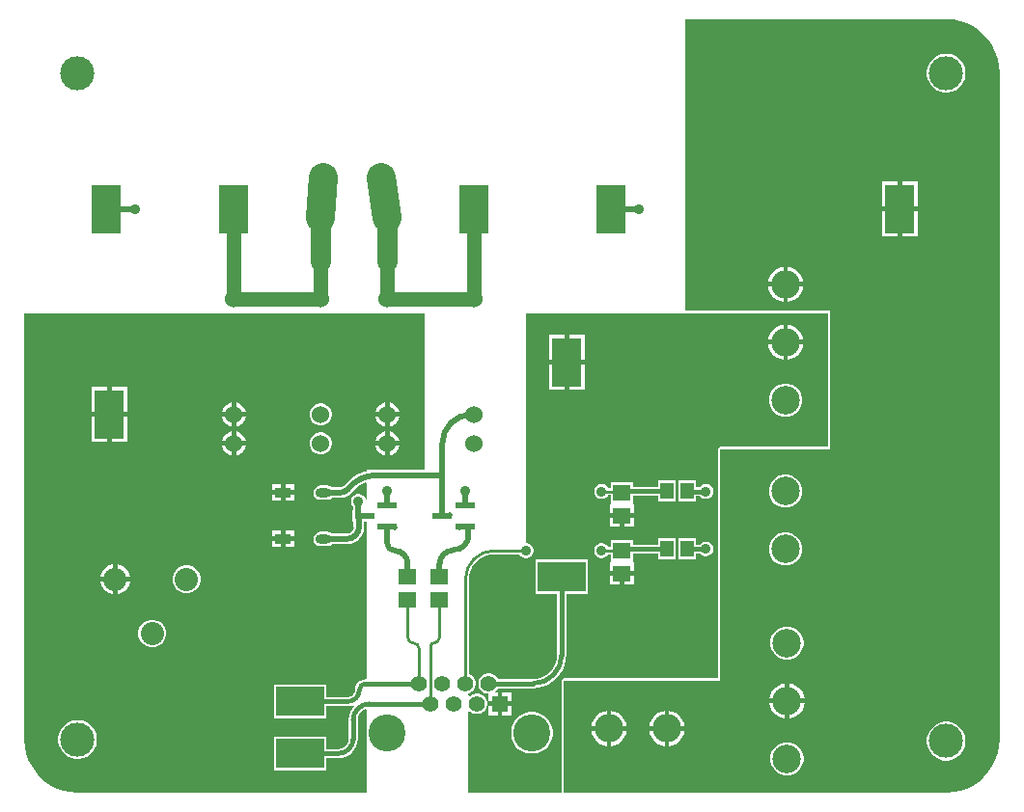
<source format=gtl>
G04*
G04 #@! TF.GenerationSoftware,Altium Limited,Altium Designer,23.7.1 (13)*
G04*
G04 Layer_Physical_Order=1*
G04 Layer_Color=255*
%FSLAX44Y44*%
%MOMM*%
G71*
G04*
G04 #@! TF.SameCoordinates,8069B4C8-0706-43A3-9A5C-337C007DADD0*
G04*
G04*
G04 #@! TF.FilePolarity,Positive*
G04*
G01*
G75*
%ADD11C,0.3810*%
%ADD13C,0.5080*%
%ADD18R,1.4082X0.8221*%
G04:AMPARAMS|DCode=19|XSize=1.4082mm|YSize=0.8221mm|CornerRadius=0.4111mm|HoleSize=0mm|Usage=FLASHONLY|Rotation=0.000|XOffset=0mm|YOffset=0mm|HoleType=Round|Shape=RoundedRectangle|*
%AMROUNDEDRECTD19*
21,1,1.4082,0.0000,0,0,0.0*
21,1,0.5861,0.8221,0,0,0.0*
1,1,0.8221,0.2930,0.0000*
1,1,0.8221,-0.2930,0.0000*
1,1,0.8221,-0.2930,0.0000*
1,1,0.8221,0.2930,0.0000*
%
%ADD19ROUNDEDRECTD19*%
%ADD20R,1.8000X0.6000*%
%ADD21R,4.2000X2.6000*%
%ADD22R,2.6000X4.2000*%
%ADD23R,1.5000X1.4000*%
%ADD24R,1.1500X1.4500*%
%ADD30C,1.5240*%
%ADD31C,3.2500*%
%ADD32R,1.3900X1.3900*%
%ADD33C,1.3900*%
%ADD36C,0.2286*%
%ADD37C,1.7780*%
%ADD38C,2.5400*%
%ADD39C,1.2700*%
%ADD40C,0.7620*%
%ADD41C,2.0320*%
%ADD42C,2.5000*%
%ADD43C,3.0000*%
%ADD44C,0.9000*%
G36*
X469900Y287020D02*
X419100Y287020D01*
Y285582D01*
X415939Y284823D01*
X410701Y282653D01*
X405867Y279691D01*
X401555Y276008D01*
X399603Y273723D01*
X398778Y272795D01*
X397806Y272075D01*
X397177Y271655D01*
X395388Y271299D01*
X395239Y271329D01*
X388022D01*
X386335Y272456D01*
X383950Y272930D01*
X378090D01*
X375705Y272456D01*
X373684Y271105D01*
X372333Y269084D01*
X371859Y266700D01*
X372333Y264316D01*
X373684Y262295D01*
X375705Y260944D01*
X378090Y260470D01*
X383950D01*
X386335Y260944D01*
X388022Y262071D01*
X395239D01*
Y262038D01*
X398940Y262525D01*
X402387Y263953D01*
X404874Y265861D01*
X405348Y266225D01*
Y266225D01*
X405349Y266225D01*
X406119Y267175D01*
X408086Y269478D01*
X411295Y272219D01*
X414894Y274424D01*
X417830Y275641D01*
X419100Y274792D01*
Y260663D01*
X417830Y260495D01*
X417537Y261589D01*
X416681Y263071D01*
X415471Y264281D01*
X413989Y265137D01*
X412336Y265580D01*
X410624D01*
X408971Y265137D01*
X407489Y264281D01*
X406279Y263071D01*
X405423Y261589D01*
X404980Y259936D01*
Y258224D01*
X405423Y256571D01*
X406279Y255089D01*
X406851Y254517D01*
Y251380D01*
X405720D01*
Y241380D01*
X407311D01*
Y236436D01*
X407346Y236262D01*
X406956Y234302D01*
X405845Y232640D01*
X405698Y232541D01*
X405577Y232360D01*
X403679Y231092D01*
X401440Y230646D01*
X401226Y230689D01*
X388022D01*
X386335Y231816D01*
X383950Y232290D01*
X378090D01*
X375705Y231816D01*
X373684Y230466D01*
X372333Y228444D01*
X371859Y226060D01*
X372333Y223676D01*
X373684Y221654D01*
X375705Y220304D01*
X378090Y219830D01*
X383950D01*
X386335Y220304D01*
X388022Y221431D01*
X401226D01*
X401365Y221459D01*
X404263Y221744D01*
X407183Y222630D01*
X409875Y224069D01*
X412126Y225916D01*
X412244Y225995D01*
X412271Y225968D01*
X414623Y229034D01*
X416102Y232605D01*
X416607Y236436D01*
X416569D01*
Y241380D01*
X419100D01*
Y103049D01*
X417831Y103046D01*
Y103046D01*
X415377Y102723D01*
X413090Y101776D01*
X411127Y100269D01*
X409620Y98305D01*
X408673Y96019D01*
X408350Y93565D01*
X408350D01*
X408187Y92362D01*
X407941Y91125D01*
X406559Y89057D01*
X404491Y87675D01*
X402232Y87226D01*
X402051Y87261D01*
X383063D01*
Y98280D01*
X337063D01*
Y68280D01*
X383063D01*
Y79299D01*
X402051D01*
Y79253D01*
X405755Y79740D01*
X406735Y80146D01*
X407515Y79094D01*
X405932Y77166D01*
X404247Y74012D01*
X403209Y70591D01*
X402858Y67032D01*
X402870D01*
Y50781D01*
X402887Y50696D01*
X402584Y48401D01*
X401665Y46182D01*
X400204Y44277D01*
X398299Y42816D01*
X396081Y41897D01*
X393785Y41595D01*
X393700Y41611D01*
X383063D01*
Y52630D01*
X337063D01*
Y22630D01*
X383063D01*
Y33649D01*
X393700D01*
Y33642D01*
X397044Y33972D01*
X400259Y34947D01*
X403222Y36531D01*
X405819Y38662D01*
X407950Y41259D01*
X409534Y44222D01*
X410509Y47438D01*
X410839Y50781D01*
X410833D01*
Y67032D01*
X410810Y67146D01*
X411146Y69699D01*
X412175Y72184D01*
X413813Y74318D01*
X415947Y75956D01*
X417830Y76736D01*
X419100Y75994D01*
Y61258D01*
X419077Y61203D01*
X418376Y57677D01*
Y54082D01*
X419077Y50557D01*
X419100Y50502D01*
Y3334D01*
X165100D01*
X165100Y3334D01*
Y3334D01*
X163849Y3379D01*
X159004Y3697D01*
X153012Y4888D01*
X147227Y6852D01*
X141749Y9554D01*
X136669Y12948D01*
X132076Y16976D01*
X128048Y21569D01*
X124654Y26648D01*
X121952Y32127D01*
X119988Y37912D01*
X118797Y43904D01*
X118409Y49815D01*
X118447Y50005D01*
Y424180D01*
X469900D01*
Y287020D01*
D02*
G37*
G36*
X823461Y306839D02*
X729181D01*
X729109Y306825D01*
X729036Y306834D01*
X728912Y306800D01*
X728784Y306800D01*
X728598Y306723D01*
X728400Y306684D01*
X728375Y306667D01*
X728375Y306667D01*
X728274Y306625D01*
X728269Y306624D01*
X728267Y306622D01*
X728263Y306621D01*
X728121Y306526D01*
X728048Y306496D01*
X728024Y306479D01*
X727968Y306423D01*
X727601Y306179D01*
X727357Y305813D01*
X727301Y305758D01*
X727285Y305732D01*
X727272Y305702D01*
X727250Y305679D01*
X727227Y305619D01*
X727159Y305517D01*
X727113Y305405D01*
X727113Y305405D01*
X727096Y305380D01*
X727057Y305183D01*
X726980Y304997D01*
Y304965D01*
X726969Y304935D01*
X726969Y304934D01*
X726974Y304765D01*
X726941Y304599D01*
Y103639D01*
X592021D01*
X591949Y103625D01*
X591876Y103634D01*
X591752Y103600D01*
X591624Y103600D01*
X591438Y103523D01*
X591241Y103484D01*
X591216Y103467D01*
X591215Y103467D01*
X591114Y103425D01*
X591109Y103424D01*
X591107Y103422D01*
X591103Y103421D01*
X590961Y103326D01*
X590888Y103296D01*
X590863Y103279D01*
X590808Y103223D01*
X590441Y102979D01*
X590197Y102613D01*
X590141Y102557D01*
X590125Y102532D01*
X590112Y102502D01*
X590090Y102479D01*
X590067Y102419D01*
X589999Y102317D01*
X589953Y102205D01*
X589953Y102205D01*
X589936Y102179D01*
X589897Y101983D01*
X589820Y101797D01*
Y101765D01*
X589809Y101735D01*
X589809Y101734D01*
X589814Y101565D01*
X589781Y101399D01*
Y3334D01*
X508000D01*
Y74193D01*
X509270Y74719D01*
X509871Y74118D01*
X511911Y72940D01*
X514188Y72330D01*
X516544D01*
X518821Y72940D01*
X520861Y74118D01*
X522528Y75785D01*
X523706Y77825D01*
X524316Y80102D01*
Y82458D01*
X523706Y84735D01*
X522528Y86775D01*
X520861Y88442D01*
X518821Y89620D01*
X516544Y90230D01*
X514188D01*
X511911Y89620D01*
X509871Y88442D01*
X509270Y87841D01*
X508000Y88367D01*
Y90543D01*
X508661Y90720D01*
X510701Y91898D01*
X512368Y93565D01*
X513546Y95605D01*
X514156Y97882D01*
Y100238D01*
X513546Y102515D01*
X512368Y104555D01*
X510701Y106222D01*
X508661Y107400D01*
X508411Y107467D01*
Y190340D01*
X508383Y190480D01*
X508796Y194678D01*
X510062Y198850D01*
X512117Y202694D01*
X514882Y206064D01*
X518252Y208829D01*
X522096Y210884D01*
X526268Y212150D01*
X530466Y212563D01*
X530606Y212535D01*
X552647D01*
X553101Y211749D01*
X554312Y210539D01*
X555794Y209683D01*
X557447Y209240D01*
X559158D01*
X560812Y209683D01*
X562294Y210539D01*
X563504Y211749D01*
X564360Y213231D01*
X564803Y214884D01*
Y216596D01*
X564360Y218249D01*
X563504Y219731D01*
X562294Y220941D01*
X560812Y221797D01*
X559158Y222240D01*
X558303D01*
Y424180D01*
X823461D01*
Y306839D01*
D02*
G37*
G36*
X927100Y682428D02*
Y682428D01*
X927137Y682463D01*
X933196Y682066D01*
X939188Y680874D01*
X944973Y678910D01*
X950452Y676208D01*
X955531Y672814D01*
X960124Y668786D01*
X964152Y664193D01*
X967546Y659113D01*
X970248Y653634D01*
X972212Y647850D01*
X973403Y641858D01*
X973794Y635902D01*
X973766Y635762D01*
Y50000D01*
X973794Y49859D01*
X973403Y43904D01*
X972212Y37912D01*
X970248Y32127D01*
X967546Y26648D01*
X964152Y21569D01*
X960124Y16976D01*
X955531Y12948D01*
X950452Y9554D01*
X944973Y6852D01*
X939188Y4888D01*
X933196Y3697D01*
X927240Y3306D01*
X927100Y3334D01*
X591820D01*
Y101399D01*
X591820Y101399D01*
X591837Y101424D01*
X591883Y101537D01*
X591996Y101583D01*
X592021Y101600D01*
X592021Y101600D01*
X728980D01*
Y304599D01*
X728980Y304599D01*
X728997Y304624D01*
X729043Y304737D01*
X729156Y304783D01*
X729181Y304800D01*
X729181Y304800D01*
X825500D01*
Y426720D01*
X698500D01*
Y682466D01*
X926909D01*
X927100Y682428D01*
D02*
G37*
%LPC*%
G36*
X304260Y345739D02*
Y337280D01*
X312719D01*
X312156Y339379D01*
X310758Y341801D01*
X308781Y343778D01*
X306359Y345176D01*
X304260Y345739D01*
D02*
G37*
G36*
X209040Y359280D02*
X195040D01*
Y337280D01*
X209040D01*
Y359280D01*
D02*
G37*
G36*
X300260Y345739D02*
X298161Y345176D01*
X295739Y343778D01*
X293762Y341801D01*
X292364Y339379D01*
X291801Y337280D01*
X300260D01*
Y345739D01*
D02*
G37*
G36*
X191040Y359280D02*
X177040D01*
Y337280D01*
X191040D01*
Y359280D01*
D02*
G37*
G36*
X438880Y345739D02*
Y337280D01*
X447339D01*
X446776Y339379D01*
X445378Y341801D01*
X443401Y343778D01*
X440979Y345176D01*
X438880Y345739D01*
D02*
G37*
G36*
X434880Y345739D02*
X432781Y345176D01*
X430359Y343778D01*
X428382Y341801D01*
X426984Y339379D01*
X426421Y337280D01*
X434880D01*
Y345739D01*
D02*
G37*
G36*
X379726Y344900D02*
X377193D01*
X374747Y344244D01*
X372553Y342978D01*
X370762Y341187D01*
X369496Y338993D01*
X368840Y336547D01*
Y334013D01*
X369496Y331567D01*
X370762Y329373D01*
X372553Y327582D01*
X374747Y326316D01*
X377193Y325660D01*
X379726D01*
X382173Y326316D01*
X384367Y327582D01*
X386158Y329373D01*
X387424Y331567D01*
X388080Y334013D01*
Y336547D01*
X387424Y338993D01*
X386158Y341187D01*
X384367Y342978D01*
X382173Y344244D01*
X379726Y344900D01*
D02*
G37*
G36*
X434880Y333280D02*
X426421D01*
X426984Y331181D01*
X428382Y328759D01*
X430359Y326782D01*
X432781Y325384D01*
X434880Y324821D01*
Y333280D01*
D02*
G37*
G36*
X312719Y333280D02*
X304260D01*
Y324821D01*
X306359Y325384D01*
X308781Y326782D01*
X310758Y328759D01*
X312156Y331181D01*
X312719Y333280D01*
D02*
G37*
G36*
X300260D02*
X291801D01*
X292364Y331181D01*
X293762Y328759D01*
X295739Y326782D01*
X298161Y325384D01*
X300260Y324821D01*
Y333280D01*
D02*
G37*
G36*
X447339Y333280D02*
X438880D01*
Y324821D01*
X440979Y325384D01*
X443401Y326782D01*
X445378Y328759D01*
X446776Y331181D01*
X447339Y333280D01*
D02*
G37*
G36*
X304260Y320339D02*
Y311880D01*
X312719D01*
X312156Y313979D01*
X310758Y316401D01*
X308781Y318378D01*
X306359Y319776D01*
X304260Y320339D01*
D02*
G37*
G36*
X300260D02*
X298161Y319776D01*
X295739Y318378D01*
X293762Y316401D01*
X292364Y313979D01*
X291801Y311880D01*
X300260D01*
Y320339D01*
D02*
G37*
G36*
X438880Y320339D02*
Y311880D01*
X447339D01*
X446776Y313979D01*
X445378Y316401D01*
X443401Y318378D01*
X440979Y319776D01*
X438880Y320339D01*
D02*
G37*
G36*
X434880Y320339D02*
X432781Y319776D01*
X430359Y318378D01*
X428382Y316401D01*
X426984Y313979D01*
X426421Y311880D01*
X434880D01*
Y320339D01*
D02*
G37*
G36*
X209040Y333280D02*
X195040D01*
Y311280D01*
X209040D01*
Y333280D01*
D02*
G37*
G36*
X191040D02*
X177040D01*
Y311280D01*
X191040D01*
Y333280D01*
D02*
G37*
G36*
X379726Y319500D02*
X377193D01*
X374747Y318844D01*
X372553Y317578D01*
X370762Y315787D01*
X369496Y313593D01*
X368840Y311147D01*
Y308613D01*
X369496Y306167D01*
X370762Y303973D01*
X372553Y302182D01*
X374747Y300916D01*
X377193Y300260D01*
X379726D01*
X382173Y300916D01*
X384367Y302182D01*
X386158Y303973D01*
X387424Y306167D01*
X388080Y308613D01*
Y311147D01*
X387424Y313593D01*
X386158Y315787D01*
X384367Y317578D01*
X382173Y318844D01*
X379726Y319500D01*
D02*
G37*
G36*
X434880Y307880D02*
X426421D01*
X426984Y305781D01*
X428382Y303359D01*
X430359Y301382D01*
X432781Y299984D01*
X434880Y299421D01*
Y307880D01*
D02*
G37*
G36*
X312719Y307880D02*
X304260D01*
Y299421D01*
X306359Y299984D01*
X308781Y301382D01*
X310758Y303359D01*
X312156Y305781D01*
X312719Y307880D01*
D02*
G37*
G36*
X300260D02*
X291801D01*
X292364Y305781D01*
X293762Y303359D01*
X295739Y301382D01*
X298161Y299984D01*
X300260Y299421D01*
Y307880D01*
D02*
G37*
G36*
X447339Y307880D02*
X438880D01*
Y299421D01*
X440979Y299984D01*
X443401Y301382D01*
X445378Y303359D01*
X446776Y305781D01*
X447339Y307880D01*
D02*
G37*
G36*
X355461Y273811D02*
X347420D01*
Y268700D01*
X355461D01*
Y273811D01*
D02*
G37*
G36*
X343420D02*
X335379D01*
Y268700D01*
X343420D01*
Y273811D01*
D02*
G37*
G36*
X355461Y264700D02*
X347420D01*
Y259589D01*
X355461D01*
Y264700D01*
D02*
G37*
G36*
X343420D02*
X335379D01*
Y259589D01*
X343420D01*
Y264700D01*
D02*
G37*
G36*
X355461Y233171D02*
X347420D01*
Y228060D01*
X355461D01*
Y233171D01*
D02*
G37*
G36*
X343420D02*
X335379D01*
Y228060D01*
X343420D01*
Y233171D01*
D02*
G37*
G36*
X355461Y224060D02*
X347420D01*
Y218949D01*
X355461D01*
Y224060D01*
D02*
G37*
G36*
X343420D02*
X335379D01*
Y218949D01*
X343420D01*
Y224060D01*
D02*
G37*
G36*
X200120Y203588D02*
Y192500D01*
X211208D01*
X210383Y195580D01*
X208651Y198580D01*
X206200Y201031D01*
X203200Y202763D01*
X200120Y203588D01*
D02*
G37*
G36*
X196120D02*
X193040Y202763D01*
X190040Y201031D01*
X187589Y198580D01*
X185857Y195580D01*
X185032Y192500D01*
X196120D01*
Y203588D01*
D02*
G37*
G36*
X262218Y202660D02*
X259016D01*
X255923Y201831D01*
X253150Y200230D01*
X250886Y197966D01*
X249285Y195194D01*
X248457Y192101D01*
Y188899D01*
X249285Y185806D01*
X250886Y183034D01*
X253150Y180770D01*
X255923Y179169D01*
X259016Y178340D01*
X262218D01*
X265310Y179169D01*
X268083Y180770D01*
X270347Y183034D01*
X271948Y185806D01*
X272777Y188899D01*
Y192101D01*
X271948Y195194D01*
X270347Y197966D01*
X268083Y200230D01*
X265310Y201831D01*
X262218Y202660D01*
D02*
G37*
G36*
X211208Y188500D02*
X200120D01*
Y177412D01*
X203200Y178237D01*
X206200Y179969D01*
X208651Y182420D01*
X210383Y185420D01*
X211208Y188500D01*
D02*
G37*
G36*
X196120D02*
X185032D01*
X185857Y185420D01*
X187589Y182420D01*
X190040Y179969D01*
X193040Y178237D01*
X196120Y177412D01*
Y188500D01*
D02*
G37*
G36*
X232220Y155162D02*
X229018D01*
X225926Y154333D01*
X223153Y152732D01*
X220889Y150468D01*
X219288Y147696D01*
X218459Y144603D01*
Y141401D01*
X219288Y138308D01*
X220889Y135536D01*
X223153Y133272D01*
X225926Y131671D01*
X229018Y130842D01*
X232220D01*
X235313Y131671D01*
X238086Y133272D01*
X240350Y135536D01*
X241951Y138308D01*
X242779Y141401D01*
Y144603D01*
X241951Y147696D01*
X240350Y150468D01*
X238086Y152732D01*
X235313Y154333D01*
X232220Y155162D01*
D02*
G37*
G36*
X166774Y67000D02*
X163426D01*
X160141Y66347D01*
X157048Y65065D01*
X154263Y63205D01*
X151895Y60837D01*
X150035Y58053D01*
X148753Y54959D01*
X148100Y51674D01*
Y48326D01*
X148753Y45041D01*
X150035Y41947D01*
X151895Y39163D01*
X154263Y36795D01*
X157048Y34935D01*
X160141Y33653D01*
X163426Y33000D01*
X166774D01*
X170059Y33653D01*
X173153Y34935D01*
X175937Y36795D01*
X178305Y39163D01*
X180165Y41947D01*
X181447Y45041D01*
X182100Y48326D01*
Y51674D01*
X181447Y54959D01*
X180165Y58053D01*
X178305Y60837D01*
X175937Y63205D01*
X173153Y65065D01*
X170059Y66347D01*
X166774Y67000D01*
D02*
G37*
G36*
X788130Y414186D02*
Y400780D01*
X801536D01*
X801034Y403301D01*
X799866Y406122D01*
X798170Y408661D01*
X796011Y410820D01*
X793472Y412516D01*
X790651Y413684D01*
X788130Y414186D01*
D02*
G37*
G36*
X784130Y414186D02*
X781609Y413684D01*
X778788Y412516D01*
X776249Y410820D01*
X774090Y408661D01*
X772394Y406122D01*
X771226Y403301D01*
X770724Y400780D01*
X784130D01*
Y414186D01*
D02*
G37*
G36*
Y396780D02*
X770724D01*
X771226Y394259D01*
X772394Y391438D01*
X774090Y388899D01*
X776249Y386740D01*
X778788Y385044D01*
X781609Y383876D01*
X784130Y383374D01*
Y396780D01*
D02*
G37*
G36*
X801536D02*
X788130D01*
Y383374D01*
X790651Y383876D01*
X793472Y385044D01*
X796011Y386740D01*
X798170Y388899D01*
X799866Y391438D01*
X801034Y394259D01*
X801536Y396780D01*
D02*
G37*
G36*
X610360Y405000D02*
X596360D01*
Y383000D01*
X610360D01*
Y405000D01*
D02*
G37*
G36*
X592360D02*
X578360D01*
Y383000D01*
X592360D01*
Y405000D01*
D02*
G37*
G36*
X610360Y379000D02*
X596360D01*
Y357000D01*
X610360D01*
Y379000D01*
D02*
G37*
G36*
X592360D02*
X578360D01*
Y357000D01*
X592360D01*
Y379000D01*
D02*
G37*
G36*
X788039Y362480D02*
X784221D01*
X780533Y361492D01*
X777227Y359583D01*
X774527Y356883D01*
X772618Y353577D01*
X771630Y349889D01*
Y346071D01*
X772618Y342383D01*
X774527Y339077D01*
X777227Y336377D01*
X780533Y334468D01*
X784221Y333480D01*
X788039D01*
X791727Y334468D01*
X795033Y336377D01*
X797733Y339077D01*
X799642Y342383D01*
X800630Y346071D01*
Y349889D01*
X799642Y353577D01*
X797733Y356883D01*
X795033Y359583D01*
X791727Y361492D01*
X788039Y362480D01*
D02*
G37*
G36*
X689880Y277220D02*
X674380D01*
Y271952D01*
X652120D01*
Y275540D01*
X633120D01*
Y271014D01*
X630495D01*
X630041Y271801D01*
X628831Y273011D01*
X627349Y273867D01*
X625696Y274310D01*
X623984D01*
X622331Y273867D01*
X620849Y273011D01*
X619639Y271801D01*
X618783Y270319D01*
X618340Y268666D01*
Y266954D01*
X618783Y265301D01*
X619639Y263819D01*
X620849Y262609D01*
X622331Y261753D01*
X623984Y261310D01*
X625696D01*
X627349Y261753D01*
X628831Y262609D01*
X630041Y263819D01*
X630495Y264605D01*
X633120D01*
Y257810D01*
X633120Y257540D01*
X632468Y256540D01*
X632120D01*
Y248540D01*
X653120D01*
Y256540D01*
X652772D01*
X652120Y257540D01*
X652120Y257810D01*
Y263988D01*
X674380D01*
Y258720D01*
X689880D01*
Y277220D01*
D02*
G37*
G36*
X707380D02*
X691880D01*
Y258720D01*
X707380D01*
Y263829D01*
X711073D01*
X711079Y263819D01*
X712289Y262609D01*
X713771Y261753D01*
X715424Y261310D01*
X717136D01*
X718789Y261753D01*
X720271Y262609D01*
X721481Y263819D01*
X722337Y265301D01*
X722780Y266954D01*
Y268666D01*
X722337Y270319D01*
X721481Y271801D01*
X720271Y273011D01*
X718789Y273867D01*
X717136Y274310D01*
X715424D01*
X713771Y273867D01*
X712289Y273011D01*
X711079Y271801D01*
X711073Y271791D01*
X707380D01*
Y277220D01*
D02*
G37*
G36*
X653120Y244540D02*
X644620D01*
Y236540D01*
X653120D01*
Y244540D01*
D02*
G37*
G36*
X640620D02*
X632120D01*
Y236540D01*
X640620D01*
Y244540D01*
D02*
G37*
G36*
X689880Y226420D02*
X674380D01*
Y221152D01*
X652120D01*
Y224740D01*
X633120D01*
Y219105D01*
X630495D01*
X630041Y219891D01*
X628831Y221101D01*
X627349Y221957D01*
X625696Y222400D01*
X623984D01*
X622331Y221957D01*
X620849Y221101D01*
X619639Y219891D01*
X618783Y218409D01*
X618340Y216756D01*
Y215044D01*
X618783Y213391D01*
X619639Y211909D01*
X620849Y210699D01*
X622331Y209843D01*
X623984Y209400D01*
X625696D01*
X627349Y209843D01*
X628831Y210699D01*
X630041Y211909D01*
X630495Y212695D01*
X633120D01*
Y207010D01*
X633120Y206740D01*
X632468Y205740D01*
X632120D01*
Y197740D01*
X653120D01*
Y205740D01*
X652772D01*
X652120Y206740D01*
X652120Y207010D01*
Y213188D01*
X674380D01*
Y207920D01*
X689880D01*
Y226420D01*
D02*
G37*
G36*
X707380D02*
X691880D01*
Y207920D01*
X707380D01*
Y213188D01*
X711073D01*
X711079Y213179D01*
X712289Y211969D01*
X713771Y211113D01*
X715424Y210670D01*
X717136D01*
X718789Y211113D01*
X720271Y211969D01*
X721481Y213179D01*
X722337Y214661D01*
X722780Y216314D01*
Y218026D01*
X722337Y219679D01*
X721481Y221161D01*
X720271Y222371D01*
X718789Y223227D01*
X717136Y223670D01*
X715424D01*
X713771Y223227D01*
X712289Y222371D01*
X711079Y221161D01*
X711073Y221152D01*
X707380D01*
Y226420D01*
D02*
G37*
G36*
X653120Y193740D02*
X644620D01*
Y185740D01*
X653120D01*
Y193740D01*
D02*
G37*
G36*
X640620D02*
X632120D01*
Y185740D01*
X640620D01*
Y193740D01*
D02*
G37*
G36*
X612781Y207880D02*
X566781D01*
Y177880D01*
X585799D01*
Y124460D01*
X585835Y124282D01*
X585440Y120271D01*
X584218Y116243D01*
X582234Y112531D01*
X579563Y109277D01*
X576310Y106607D01*
X572598Y104623D01*
X568570Y103401D01*
X564559Y103006D01*
X564381Y103041D01*
X533562D01*
X532688Y104555D01*
X531021Y106222D01*
X528981Y107400D01*
X526704Y108010D01*
X524348D01*
X522071Y107400D01*
X520031Y106222D01*
X518364Y104555D01*
X517186Y102515D01*
X516576Y100238D01*
Y97882D01*
X517186Y95605D01*
X518364Y93565D01*
X520031Y91898D01*
X522071Y90720D01*
X524348Y90110D01*
X525736D01*
Y83280D01*
X533686D01*
Y91230D01*
X532149D01*
X531623Y92500D01*
X532688Y93565D01*
X533562Y95078D01*
X564381D01*
Y95064D01*
X568979Y95426D01*
X573465Y96503D01*
X577726Y98268D01*
X581659Y100678D01*
X585167Y103674D01*
X588162Y107182D01*
X590573Y111115D01*
X592338Y115376D01*
X593414Y119861D01*
X593776Y124460D01*
X593762D01*
Y177880D01*
X612781D01*
Y207880D01*
D02*
G37*
G36*
X545636Y91230D02*
X537686D01*
Y83280D01*
X545636D01*
Y91230D01*
D02*
G37*
G36*
Y79280D02*
X537686D01*
Y71330D01*
X545636D01*
Y79280D01*
D02*
G37*
G36*
X533686D02*
X525736D01*
Y71330D01*
X533686D01*
Y79280D01*
D02*
G37*
G36*
X565424Y74130D02*
X561828D01*
X558303Y73429D01*
X554981Y72053D01*
X551992Y70056D01*
X549450Y67514D01*
X547453Y64525D01*
X546077Y61203D01*
X545376Y57677D01*
Y54082D01*
X546077Y50557D01*
X547453Y47235D01*
X549450Y44246D01*
X551992Y41704D01*
X554981Y39707D01*
X558303Y38331D01*
X561828Y37630D01*
X565424D01*
X568949Y38331D01*
X572271Y39707D01*
X575260Y41704D01*
X577802Y44246D01*
X579799Y47235D01*
X581175Y50557D01*
X581876Y54082D01*
Y57677D01*
X581175Y61203D01*
X579799Y64525D01*
X577802Y67514D01*
X575260Y70056D01*
X572271Y72053D01*
X568949Y73429D01*
X565424Y74130D01*
D02*
G37*
G36*
X928774Y652096D02*
X925426D01*
X922141Y651443D01*
X919047Y650161D01*
X916263Y648301D01*
X913895Y645933D01*
X912035Y643148D01*
X910753Y640055D01*
X910100Y636770D01*
Y633422D01*
X910753Y630137D01*
X912035Y627043D01*
X913895Y624259D01*
X916263Y621891D01*
X919047Y620031D01*
X922141Y618749D01*
X925426Y618096D01*
X928774D01*
X932059Y618749D01*
X935153Y620031D01*
X937937Y621891D01*
X940305Y624259D01*
X942165Y627043D01*
X943447Y630137D01*
X944100Y633422D01*
Y636770D01*
X943447Y640055D01*
X942165Y643148D01*
X940305Y645933D01*
X937937Y648301D01*
X935153Y650161D01*
X932059Y651443D01*
X928774Y652096D01*
D02*
G37*
G36*
X902460Y539620D02*
X888460D01*
Y517620D01*
X902460D01*
Y539620D01*
D02*
G37*
G36*
X884460D02*
X870460D01*
Y517620D01*
X884460D01*
Y539620D01*
D02*
G37*
G36*
X902460Y513620D02*
X888460D01*
Y491620D01*
X902460D01*
Y513620D01*
D02*
G37*
G36*
X884460D02*
X870460D01*
Y491620D01*
X884460D01*
Y513620D01*
D02*
G37*
G36*
X788130Y464986D02*
Y451580D01*
X801536D01*
X801034Y454101D01*
X799866Y456922D01*
X798170Y459461D01*
X796011Y461620D01*
X793472Y463316D01*
X790651Y464484D01*
X788130Y464986D01*
D02*
G37*
G36*
X784130Y464986D02*
X781609Y464484D01*
X778788Y463316D01*
X776249Y461620D01*
X774090Y459461D01*
X772394Y456922D01*
X771226Y454101D01*
X770724Y451580D01*
X784130D01*
Y464986D01*
D02*
G37*
G36*
Y447580D02*
X770724D01*
X771226Y445059D01*
X772394Y442238D01*
X774090Y439699D01*
X776249Y437540D01*
X778788Y435844D01*
X781609Y434676D01*
X784130Y434174D01*
Y447580D01*
D02*
G37*
G36*
X801536D02*
X788130D01*
Y434174D01*
X790651Y434676D01*
X793472Y435844D01*
X796011Y437540D01*
X798170Y439699D01*
X799866Y442238D01*
X801034Y445059D01*
X801536Y447580D01*
D02*
G37*
G36*
X788039Y282470D02*
X784221D01*
X780533Y281482D01*
X777227Y279573D01*
X774527Y276873D01*
X772618Y273567D01*
X771630Y269879D01*
Y266061D01*
X772618Y262373D01*
X774527Y259067D01*
X777227Y256367D01*
X780533Y254458D01*
X784221Y253470D01*
X788039D01*
X791727Y254458D01*
X795033Y256367D01*
X797733Y259067D01*
X799642Y262373D01*
X800630Y266061D01*
Y269879D01*
X799642Y273567D01*
X797733Y276873D01*
X795033Y279573D01*
X791727Y281482D01*
X788039Y282470D01*
D02*
G37*
G36*
Y231670D02*
X784221D01*
X780533Y230682D01*
X777227Y228773D01*
X774527Y226073D01*
X772618Y222767D01*
X771630Y219079D01*
Y215261D01*
X772618Y211573D01*
X774527Y208267D01*
X777227Y205567D01*
X780533Y203658D01*
X784221Y202670D01*
X788039D01*
X791727Y203658D01*
X795033Y205567D01*
X797733Y208267D01*
X799642Y211573D01*
X800630Y215261D01*
Y219079D01*
X799642Y222767D01*
X797733Y226073D01*
X795033Y228773D01*
X791727Y230682D01*
X788039Y231670D01*
D02*
G37*
G36*
X789309Y149120D02*
X785491D01*
X781803Y148132D01*
X778497Y146223D01*
X775797Y143523D01*
X773888Y140217D01*
X772900Y136529D01*
Y132711D01*
X773888Y129023D01*
X775797Y125717D01*
X778497Y123017D01*
X781803Y121108D01*
X785491Y120120D01*
X789309D01*
X792997Y121108D01*
X796303Y123017D01*
X799003Y125717D01*
X800912Y129023D01*
X801900Y132711D01*
Y136529D01*
X800912Y140217D01*
X799003Y143523D01*
X796303Y146223D01*
X792997Y148132D01*
X789309Y149120D01*
D02*
G37*
G36*
X789400Y99226D02*
Y85820D01*
X802806D01*
X802304Y88341D01*
X801136Y91162D01*
X799440Y93701D01*
X797281Y95860D01*
X794742Y97556D01*
X791921Y98724D01*
X789400Y99226D01*
D02*
G37*
G36*
X785400Y99226D02*
X782879Y98724D01*
X780058Y97556D01*
X777519Y95860D01*
X775360Y93701D01*
X773664Y91162D01*
X772496Y88341D01*
X771994Y85820D01*
X785400D01*
Y99226D01*
D02*
G37*
G36*
Y81820D02*
X771994D01*
X772496Y79299D01*
X773664Y76478D01*
X775360Y73939D01*
X777519Y71780D01*
X780058Y70084D01*
X782879Y68916D01*
X785400Y68414D01*
Y81820D01*
D02*
G37*
G36*
X802806D02*
X789400D01*
Y68414D01*
X791921Y68916D01*
X794742Y70084D01*
X797281Y71780D01*
X799440Y73939D01*
X801136Y76478D01*
X802304Y79299D01*
X802806Y81820D01*
D02*
G37*
G36*
X683990Y75096D02*
Y61690D01*
X697396D01*
X696894Y64211D01*
X695726Y67032D01*
X694030Y69571D01*
X691871Y71730D01*
X689332Y73426D01*
X686511Y74594D01*
X683990Y75096D01*
D02*
G37*
G36*
X679990D02*
X677469Y74594D01*
X674648Y73426D01*
X672109Y71730D01*
X669950Y69571D01*
X668254Y67032D01*
X667086Y64211D01*
X666584Y61690D01*
X679990D01*
Y75096D01*
D02*
G37*
G36*
X633190D02*
Y61690D01*
X646596D01*
X646094Y64211D01*
X644926Y67032D01*
X643230Y69571D01*
X641071Y71730D01*
X638532Y73426D01*
X635711Y74594D01*
X633190Y75096D01*
D02*
G37*
G36*
X629190D02*
X626669Y74594D01*
X623848Y73426D01*
X621309Y71730D01*
X619150Y69571D01*
X617454Y67032D01*
X616286Y64211D01*
X615784Y61690D01*
X629190D01*
Y75096D01*
D02*
G37*
G36*
X697396Y57690D02*
X683990D01*
Y44284D01*
X686511Y44786D01*
X689332Y45954D01*
X691871Y47650D01*
X694030Y49809D01*
X695726Y52348D01*
X696894Y55169D01*
X697396Y57690D01*
D02*
G37*
G36*
X679990D02*
X666584D01*
X667086Y55169D01*
X668254Y52348D01*
X669950Y49809D01*
X672109Y47650D01*
X674648Y45954D01*
X677469Y44786D01*
X679990Y44284D01*
Y57690D01*
D02*
G37*
G36*
X646596D02*
X633190D01*
Y44284D01*
X635711Y44786D01*
X638532Y45954D01*
X641071Y47650D01*
X643230Y49809D01*
X644926Y52348D01*
X646094Y55169D01*
X646596Y57690D01*
D02*
G37*
G36*
X629190D02*
X615784D01*
X616286Y55169D01*
X617454Y52348D01*
X619150Y49809D01*
X621309Y47650D01*
X623848Y45954D01*
X626669Y44786D01*
X629190Y44284D01*
Y57690D01*
D02*
G37*
G36*
X928774Y65575D02*
X925426D01*
X922141Y64922D01*
X919047Y63640D01*
X916263Y61780D01*
X913895Y59412D01*
X912035Y56627D01*
X910753Y53534D01*
X910100Y50249D01*
Y46901D01*
X910753Y43616D01*
X912035Y40522D01*
X913895Y37738D01*
X916263Y35370D01*
X919047Y33510D01*
X922141Y32228D01*
X925426Y31575D01*
X928774D01*
X932059Y32228D01*
X935153Y33510D01*
X937937Y35370D01*
X940305Y37738D01*
X942165Y40522D01*
X943447Y43616D01*
X944100Y46901D01*
Y50249D01*
X943447Y53534D01*
X942165Y56627D01*
X940305Y59412D01*
X937937Y61780D01*
X935153Y63640D01*
X932059Y64922D01*
X928774Y65575D01*
D02*
G37*
G36*
X789309Y47520D02*
X785491D01*
X781803Y46532D01*
X778497Y44623D01*
X775797Y41923D01*
X773888Y38617D01*
X772900Y34929D01*
Y31111D01*
X773888Y27423D01*
X775797Y24117D01*
X778497Y21417D01*
X781803Y19508D01*
X785491Y18520D01*
X789309D01*
X792997Y19508D01*
X796303Y21417D01*
X799003Y24117D01*
X800912Y27423D01*
X801900Y31111D01*
Y34929D01*
X800912Y38617D01*
X799003Y41923D01*
X796303Y44623D01*
X792997Y46532D01*
X789309Y47520D01*
D02*
G37*
%LPD*%
D11*
X564381Y99060D02*
G03*
X589781Y124460I0J25400D01*
G01*
X417831Y99060D02*
G03*
X412336Y93565I0J-5495D01*
G01*
X402051Y83280D02*
G03*
X412336Y93565I0J10285D01*
G01*
X421099Y81280D02*
G03*
X406851Y67032I0J-14248D01*
G01*
X393700Y37630D02*
G03*
X406851Y50781I0J13151D01*
G01*
X525526Y99060D02*
X564381D01*
X589781Y124460D02*
Y192880D01*
X417831Y99060D02*
X464566D01*
X360063Y83280D02*
X402051D01*
X421099Y81280D02*
X474726D01*
X406851Y50781D02*
Y67032D01*
X360063Y37630D02*
X393700D01*
X642620Y266540D02*
X644050Y267970D01*
X682130D01*
X644050Y217170D02*
X682130D01*
X642620Y215740D02*
X644050Y217170D01*
X699630D02*
X716280D01*
X699630Y267970D02*
X699790Y267810D01*
X716280D01*
D13*
X427105Y281940D02*
G03*
X402051Y269522I0J-31481D01*
G01*
X401226Y226060D02*
G03*
X408971Y229268I0J10954D01*
G01*
D02*
G03*
X411940Y236436I-7168J7168D01*
G01*
X395239Y266700D02*
G03*
X402051Y269522I0J9633D01*
G01*
X510446Y335280D02*
G03*
X485046Y309880I0J-25400D01*
G01*
X436720Y222200D02*
G03*
X443180Y215740I6460J0D01*
G01*
X454660Y204260D02*
G03*
X443180Y215740I-11480J0D01*
G01*
X495046Y216314D02*
G03*
X508000Y229268I0J12954D01*
G01*
X495046Y216314D02*
G03*
X482600Y203868I0J-12446D01*
G01*
X427105Y281940D02*
X485046D01*
Y246380D02*
Y281940D01*
Y309880D01*
X411940Y236436D02*
Y246380D01*
X381020Y226060D02*
X401226D01*
X381020Y266700D02*
X395239D01*
X436626Y255880D02*
Y268666D01*
X190500Y515620D02*
X215900D01*
X633120D02*
X657860D01*
X436626Y255880D02*
X436720D01*
X505206Y255880D02*
Y268666D01*
X505046Y255880D02*
X505206D01*
X510446Y335280D02*
X513080D01*
X436720Y222200D02*
Y236880D01*
X454660Y192880D02*
Y204260D01*
X482600Y192880D02*
Y203868D01*
X508000Y229268D02*
Y233680D01*
X500460Y236880D02*
X505046D01*
X500000Y236420D02*
X500460Y236880D01*
X411480Y246840D02*
X411940Y246380D01*
X411480Y246840D02*
Y259080D01*
X491046Y246380D02*
X491506Y246840D01*
X436720Y236880D02*
X442720D01*
X443180Y236420D01*
D18*
X345420Y266700D02*
D03*
Y226060D02*
D03*
D19*
X381020Y266700D02*
D03*
Y226060D02*
D03*
D20*
X505046Y236880D02*
D03*
Y255880D02*
D03*
X485046Y246380D02*
D03*
X416720Y246380D02*
D03*
X436720Y255880D02*
D03*
Y236880D02*
D03*
D21*
X589781Y192880D02*
D03*
X360063Y83280D02*
D03*
Y37630D02*
D03*
D22*
X513080Y515620D02*
D03*
X302260D02*
D03*
X190500D02*
D03*
X633120D02*
D03*
X193040Y335280D02*
D03*
X594360Y381000D02*
D03*
X886460Y515620D02*
D03*
D23*
X642620Y195740D02*
D03*
X642620Y215740D02*
D03*
X642620Y246540D02*
D03*
X642620Y266540D02*
D03*
X454660Y192880D02*
D03*
X454660Y172880D02*
D03*
X482600Y192880D02*
D03*
X482600Y172880D02*
D03*
D24*
X699630Y217170D02*
D03*
X682130D02*
D03*
X699630Y267970D02*
D03*
X682130D02*
D03*
D30*
X436880Y309880D02*
D03*
Y335280D02*
D03*
Y436880D02*
D03*
X513080Y309880D02*
D03*
Y335280D02*
D03*
Y436880D02*
D03*
X302260Y309880D02*
D03*
Y335280D02*
D03*
Y436880D02*
D03*
X378460Y309880D02*
D03*
Y335280D02*
D03*
Y436880D02*
D03*
D31*
X436626Y55880D02*
D03*
X563626D02*
D03*
D32*
X535686Y81280D02*
D03*
D33*
X525526Y99060D02*
D03*
X515366Y81280D02*
D03*
X505206Y99060D02*
D03*
X495046Y81280D02*
D03*
X484886Y99060D02*
D03*
X474726Y81280D02*
D03*
X464566Y99060D02*
D03*
D36*
X474726Y81280D02*
G03*
X474980Y81534I0J254D01*
G01*
X477520Y134620D02*
G03*
X482600Y139700I0J5080D01*
G01*
X477520Y134620D02*
G03*
X474980Y132080I0J-2540D01*
G01*
Y96917D02*
G03*
X474944Y97318I-2286J0D01*
G01*
X474946Y100810D02*
G03*
X474944Y97318I9940J-1750D01*
G01*
X474946Y100810D02*
G03*
X474980Y101203I-2252J394D01*
G01*
X454660Y139700D02*
G03*
X459740Y134620I5080J0D01*
G01*
X464566Y129794D02*
G03*
X459740Y134620I-4826J0D01*
G01*
X530606Y215740D02*
G03*
X505206Y190340I0J-25400D01*
G01*
X642620Y266540D02*
G03*
X641350Y267810I-1270J0D01*
G01*
X464566Y99060D02*
Y129794D01*
X474980Y81534D02*
Y96917D01*
Y101203D02*
Y132080D01*
X482600Y139700D02*
Y172880D01*
X454660Y139700D02*
Y172880D01*
X530606Y215740D02*
X558303D01*
X505206Y99060D02*
Y190340D01*
X624840Y267810D02*
X641350D01*
X636263Y215900D02*
X642620Y215740D01*
X624840Y215900D02*
X636263D01*
X454660Y172880D02*
X454660Y172880D01*
D37*
X436880Y469900D02*
Y507614D01*
X378460Y469900D02*
Y507614D01*
D38*
X431800Y543560D02*
X436859Y507765D01*
X436880Y507614D01*
X378460D02*
X381000Y543560D01*
D39*
X436880Y436880D02*
Y469900D01*
X378460Y436880D02*
Y469900D01*
X436880Y436880D02*
X513080D01*
X431800Y540232D02*
Y543560D01*
X513080Y436880D02*
Y515620D01*
X302260Y436880D02*
Y515620D01*
X378946Y541506D02*
X381000Y543560D01*
X302260Y436880D02*
X378460D01*
D40*
X482600Y192880D02*
X483100D01*
X378460Y335199D02*
Y335280D01*
D41*
X230619Y143002D02*
D03*
X198120Y190500D02*
D03*
X260617Y190500D02*
D03*
D42*
X381000Y543560D02*
D03*
X431800D02*
D03*
X786130Y449580D02*
D03*
Y398780D02*
D03*
Y347980D02*
D03*
Y267970D02*
D03*
Y217170D02*
D03*
X787400Y134620D02*
D03*
Y83820D02*
D03*
Y33020D02*
D03*
X681990Y59690D02*
D03*
X631190D02*
D03*
D43*
X927100Y48575D02*
D03*
X165100Y50000D02*
D03*
X927100Y635096D02*
D03*
X165100Y635040D02*
D03*
D44*
X436626Y268666D02*
D03*
X657860Y515620D02*
D03*
X215900D02*
D03*
X505206Y268666D02*
D03*
X624840Y267810D02*
D03*
Y215900D02*
D03*
X558303Y215740D02*
D03*
X716280Y267810D02*
D03*
Y217170D02*
D03*
X411480Y259080D02*
D03*
M02*

</source>
